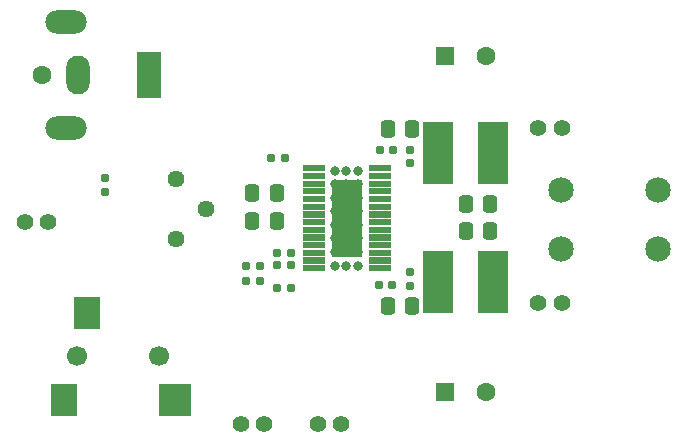
<source format=gbr>
%TF.GenerationSoftware,KiCad,Pcbnew,8.0.6*%
%TF.CreationDate,2024-10-24T21:34:22-07:00*%
%TF.ProjectId,PedalSynth,50656461-6c53-4796-9e74-682e6b696361,r1.0*%
%TF.SameCoordinates,Original*%
%TF.FileFunction,Soldermask,Top*%
%TF.FilePolarity,Negative*%
%FSLAX46Y46*%
G04 Gerber Fmt 4.6, Leading zero omitted, Abs format (unit mm)*
G04 Created by KiCad (PCBNEW 8.0.6) date 2024-10-24 21:34:22*
%MOMM*%
%LPD*%
G01*
G04 APERTURE LIST*
G04 Aperture macros list*
%AMRoundRect*
0 Rectangle with rounded corners*
0 $1 Rounding radius*
0 $2 $3 $4 $5 $6 $7 $8 $9 X,Y pos of 4 corners*
0 Add a 4 corners polygon primitive as box body*
4,1,4,$2,$3,$4,$5,$6,$7,$8,$9,$2,$3,0*
0 Add four circle primitives for the rounded corners*
1,1,$1+$1,$2,$3*
1,1,$1+$1,$4,$5*
1,1,$1+$1,$6,$7*
1,1,$1+$1,$8,$9*
0 Add four rect primitives between the rounded corners*
20,1,$1+$1,$2,$3,$4,$5,0*
20,1,$1+$1,$4,$5,$6,$7,0*
20,1,$1+$1,$6,$7,$8,$9,0*
20,1,$1+$1,$8,$9,$2,$3,0*%
G04 Aperture macros list end*
%ADD10C,0.010000*%
%ADD11C,1.400000*%
%ADD12R,1.600000X1.600000*%
%ADD13C,1.600000*%
%ADD14C,0.800000*%
%ADD15R,2.000000X4.000000*%
%ADD16O,2.000000X3.300000*%
%ADD17O,3.500000X2.000000*%
%ADD18RoundRect,0.160000X-0.197500X-0.160000X0.197500X-0.160000X0.197500X0.160000X-0.197500X0.160000X0*%
%ADD19RoundRect,0.155000X0.155000X-0.212500X0.155000X0.212500X-0.155000X0.212500X-0.155000X-0.212500X0*%
%ADD20RoundRect,0.102000X-1.175000X-2.550000X1.175000X-2.550000X1.175000X2.550000X-1.175000X2.550000X0*%
%ADD21RoundRect,0.155000X-0.212500X-0.155000X0.212500X-0.155000X0.212500X0.155000X-0.212500X0.155000X0*%
%ADD22C,1.440000*%
%ADD23RoundRect,0.250000X-0.337500X-0.475000X0.337500X-0.475000X0.337500X0.475000X-0.337500X0.475000X0*%
%ADD24RoundRect,0.160000X0.197500X0.160000X-0.197500X0.160000X-0.197500X-0.160000X0.197500X-0.160000X0*%
%ADD25RoundRect,0.155000X0.212500X0.155000X-0.212500X0.155000X-0.212500X-0.155000X0.212500X-0.155000X0*%
%ADD26C,2.154000*%
%ADD27RoundRect,0.250000X0.337500X0.475000X-0.337500X0.475000X-0.337500X-0.475000X0.337500X-0.475000X0*%
%ADD28RoundRect,0.155000X-0.155000X0.212500X-0.155000X-0.212500X0.155000X-0.212500X0.155000X0.212500X0*%
%ADD29RoundRect,0.160000X0.160000X-0.197500X0.160000X0.197500X-0.160000X0.197500X-0.160000X-0.197500X0*%
%ADD30C,1.700000*%
%ADD31R,2.200000X2.800000*%
%ADD32R,2.800000X2.800000*%
G04 APERTURE END LIST*
D10*
%TO.C,U1*%
X151120000Y-75570000D02*
X149380000Y-75570000D01*
X149380000Y-75130000D01*
X151120000Y-75130000D01*
X151120000Y-75570000D01*
G36*
X151120000Y-75570000D02*
G01*
X149380000Y-75570000D01*
X149380000Y-75130000D01*
X151120000Y-75130000D01*
X151120000Y-75570000D01*
G37*
X151120000Y-76220000D02*
X149380000Y-76220000D01*
X149380000Y-75780000D01*
X151120000Y-75780000D01*
X151120000Y-76220000D01*
G36*
X151120000Y-76220000D02*
G01*
X149380000Y-76220000D01*
X149380000Y-75780000D01*
X151120000Y-75780000D01*
X151120000Y-76220000D01*
G37*
X151120000Y-76870000D02*
X149380000Y-76870000D01*
X149380000Y-76430000D01*
X151120000Y-76430000D01*
X151120000Y-76870000D01*
G36*
X151120000Y-76870000D02*
G01*
X149380000Y-76870000D01*
X149380000Y-76430000D01*
X151120000Y-76430000D01*
X151120000Y-76870000D01*
G37*
X151120000Y-77520000D02*
X149380000Y-77520000D01*
X149380000Y-77080000D01*
X151120000Y-77080000D01*
X151120000Y-77520000D01*
G36*
X151120000Y-77520000D02*
G01*
X149380000Y-77520000D01*
X149380000Y-77080000D01*
X151120000Y-77080000D01*
X151120000Y-77520000D01*
G37*
X151120000Y-78170000D02*
X149380000Y-78170000D01*
X149380000Y-77730000D01*
X151120000Y-77730000D01*
X151120000Y-78170000D01*
G36*
X151120000Y-78170000D02*
G01*
X149380000Y-78170000D01*
X149380000Y-77730000D01*
X151120000Y-77730000D01*
X151120000Y-78170000D01*
G37*
X151120000Y-78820000D02*
X149380000Y-78820000D01*
X149380000Y-78380000D01*
X151120000Y-78380000D01*
X151120000Y-78820000D01*
G36*
X151120000Y-78820000D02*
G01*
X149380000Y-78820000D01*
X149380000Y-78380000D01*
X151120000Y-78380000D01*
X151120000Y-78820000D01*
G37*
X151120000Y-79470000D02*
X149380000Y-79470000D01*
X149380000Y-79030000D01*
X151120000Y-79030000D01*
X151120000Y-79470000D01*
G36*
X151120000Y-79470000D02*
G01*
X149380000Y-79470000D01*
X149380000Y-79030000D01*
X151120000Y-79030000D01*
X151120000Y-79470000D01*
G37*
X151120000Y-80120000D02*
X149380000Y-80120000D01*
X149380000Y-79680000D01*
X151120000Y-79680000D01*
X151120000Y-80120000D01*
G36*
X151120000Y-80120000D02*
G01*
X149380000Y-80120000D01*
X149380000Y-79680000D01*
X151120000Y-79680000D01*
X151120000Y-80120000D01*
G37*
X151120000Y-80770000D02*
X149380000Y-80770000D01*
X149380000Y-80330000D01*
X151120000Y-80330000D01*
X151120000Y-80770000D01*
G36*
X151120000Y-80770000D02*
G01*
X149380000Y-80770000D01*
X149380000Y-80330000D01*
X151120000Y-80330000D01*
X151120000Y-80770000D01*
G37*
X151120000Y-81420000D02*
X149380000Y-81420000D01*
X149380000Y-80980000D01*
X151120000Y-80980000D01*
X151120000Y-81420000D01*
G36*
X151120000Y-81420000D02*
G01*
X149380000Y-81420000D01*
X149380000Y-80980000D01*
X151120000Y-80980000D01*
X151120000Y-81420000D01*
G37*
X151120000Y-82070000D02*
X149380000Y-82070000D01*
X149380000Y-81630000D01*
X151120000Y-81630000D01*
X151120000Y-82070000D01*
G36*
X151120000Y-82070000D02*
G01*
X149380000Y-82070000D01*
X149380000Y-81630000D01*
X151120000Y-81630000D01*
X151120000Y-82070000D01*
G37*
X151120000Y-82720000D02*
X149380000Y-82720000D01*
X149380000Y-82280000D01*
X151120000Y-82280000D01*
X151120000Y-82720000D01*
G36*
X151120000Y-82720000D02*
G01*
X149380000Y-82720000D01*
X149380000Y-82280000D01*
X151120000Y-82280000D01*
X151120000Y-82720000D01*
G37*
X151120000Y-83370000D02*
X149380000Y-83370000D01*
X149380000Y-82930000D01*
X151120000Y-82930000D01*
X151120000Y-83370000D01*
G36*
X151120000Y-83370000D02*
G01*
X149380000Y-83370000D01*
X149380000Y-82930000D01*
X151120000Y-82930000D01*
X151120000Y-83370000D01*
G37*
X151120000Y-84020000D02*
X149380000Y-84020000D01*
X149380000Y-83580000D01*
X151120000Y-83580000D01*
X151120000Y-84020000D01*
G36*
X151120000Y-84020000D02*
G01*
X149380000Y-84020000D01*
X149380000Y-83580000D01*
X151120000Y-83580000D01*
X151120000Y-84020000D01*
G37*
X154250000Y-82805000D02*
X151850000Y-82805000D01*
X151850000Y-76345000D01*
X154250000Y-76345000D01*
X154250000Y-82805000D01*
G36*
X154250000Y-82805000D02*
G01*
X151850000Y-82805000D01*
X151850000Y-76345000D01*
X154250000Y-76345000D01*
X154250000Y-82805000D01*
G37*
X156720000Y-75570000D02*
X154980000Y-75570000D01*
X154980000Y-75130000D01*
X156720000Y-75130000D01*
X156720000Y-75570000D01*
G36*
X156720000Y-75570000D02*
G01*
X154980000Y-75570000D01*
X154980000Y-75130000D01*
X156720000Y-75130000D01*
X156720000Y-75570000D01*
G37*
X156720000Y-76220000D02*
X154980000Y-76220000D01*
X154980000Y-75780000D01*
X156720000Y-75780000D01*
X156720000Y-76220000D01*
G36*
X156720000Y-76220000D02*
G01*
X154980000Y-76220000D01*
X154980000Y-75780000D01*
X156720000Y-75780000D01*
X156720000Y-76220000D01*
G37*
X156720000Y-76870000D02*
X154980000Y-76870000D01*
X154980000Y-76430000D01*
X156720000Y-76430000D01*
X156720000Y-76870000D01*
G36*
X156720000Y-76870000D02*
G01*
X154980000Y-76870000D01*
X154980000Y-76430000D01*
X156720000Y-76430000D01*
X156720000Y-76870000D01*
G37*
X156720000Y-77520000D02*
X154980000Y-77520000D01*
X154980000Y-77080000D01*
X156720000Y-77080000D01*
X156720000Y-77520000D01*
G36*
X156720000Y-77520000D02*
G01*
X154980000Y-77520000D01*
X154980000Y-77080000D01*
X156720000Y-77080000D01*
X156720000Y-77520000D01*
G37*
X156720000Y-78170000D02*
X154980000Y-78170000D01*
X154980000Y-77730000D01*
X156720000Y-77730000D01*
X156720000Y-78170000D01*
G36*
X156720000Y-78170000D02*
G01*
X154980000Y-78170000D01*
X154980000Y-77730000D01*
X156720000Y-77730000D01*
X156720000Y-78170000D01*
G37*
X156720000Y-78820000D02*
X154980000Y-78820000D01*
X154980000Y-78380000D01*
X156720000Y-78380000D01*
X156720000Y-78820000D01*
G36*
X156720000Y-78820000D02*
G01*
X154980000Y-78820000D01*
X154980000Y-78380000D01*
X156720000Y-78380000D01*
X156720000Y-78820000D01*
G37*
X156720000Y-79470000D02*
X154980000Y-79470000D01*
X154980000Y-79030000D01*
X156720000Y-79030000D01*
X156720000Y-79470000D01*
G36*
X156720000Y-79470000D02*
G01*
X154980000Y-79470000D01*
X154980000Y-79030000D01*
X156720000Y-79030000D01*
X156720000Y-79470000D01*
G37*
X156720000Y-80120000D02*
X154980000Y-80120000D01*
X154980000Y-79680000D01*
X156720000Y-79680000D01*
X156720000Y-80120000D01*
G36*
X156720000Y-80120000D02*
G01*
X154980000Y-80120000D01*
X154980000Y-79680000D01*
X156720000Y-79680000D01*
X156720000Y-80120000D01*
G37*
X156720000Y-80770000D02*
X154980000Y-80770000D01*
X154980000Y-80330000D01*
X156720000Y-80330000D01*
X156720000Y-80770000D01*
G36*
X156720000Y-80770000D02*
G01*
X154980000Y-80770000D01*
X154980000Y-80330000D01*
X156720000Y-80330000D01*
X156720000Y-80770000D01*
G37*
X156720000Y-81420000D02*
X154980000Y-81420000D01*
X154980000Y-80980000D01*
X156720000Y-80980000D01*
X156720000Y-81420000D01*
G36*
X156720000Y-81420000D02*
G01*
X154980000Y-81420000D01*
X154980000Y-80980000D01*
X156720000Y-80980000D01*
X156720000Y-81420000D01*
G37*
X156720000Y-82070000D02*
X154980000Y-82070000D01*
X154980000Y-81630000D01*
X156720000Y-81630000D01*
X156720000Y-82070000D01*
G36*
X156720000Y-82070000D02*
G01*
X154980000Y-82070000D01*
X154980000Y-81630000D01*
X156720000Y-81630000D01*
X156720000Y-82070000D01*
G37*
X156720000Y-82720000D02*
X154980000Y-82720000D01*
X154980000Y-82280000D01*
X156720000Y-82280000D01*
X156720000Y-82720000D01*
G36*
X156720000Y-82720000D02*
G01*
X154980000Y-82720000D01*
X154980000Y-82280000D01*
X156720000Y-82280000D01*
X156720000Y-82720000D01*
G37*
X156720000Y-83370000D02*
X154980000Y-83370000D01*
X154980000Y-82930000D01*
X156720000Y-82930000D01*
X156720000Y-83370000D01*
G36*
X156720000Y-83370000D02*
G01*
X154980000Y-83370000D01*
X154980000Y-82930000D01*
X156720000Y-82930000D01*
X156720000Y-83370000D01*
G37*
X156720000Y-84020000D02*
X154980000Y-84020000D01*
X154980000Y-83580000D01*
X156720000Y-83580000D01*
X156720000Y-84020000D01*
G36*
X156720000Y-84020000D02*
G01*
X154980000Y-84020000D01*
X154980000Y-83580000D01*
X156720000Y-83580000D01*
X156720000Y-84020000D01*
G37*
%TD*%
D11*
%TO.C,TPSP2*%
X169275000Y-86825000D03*
X171275000Y-86825000D03*
%TD*%
D12*
%TO.C,C1*%
X161350000Y-65900000D03*
D13*
X164850000Y-65900000D03*
%TD*%
D11*
%TO.C,RING1*%
X144100000Y-97050000D03*
X146100000Y-97050000D03*
%TD*%
D14*
%TO.C,U1*%
X152050000Y-75575000D03*
X152050000Y-76725000D03*
X152050000Y-77875000D03*
X152050000Y-79025000D03*
X152050000Y-80175000D03*
X152050000Y-81325000D03*
X152050000Y-82475000D03*
X152050000Y-83625000D03*
X153050000Y-75575000D03*
X153050000Y-76725000D03*
X153050000Y-77875000D03*
X153050000Y-79025000D03*
X153050000Y-80175000D03*
X153050000Y-81325000D03*
X153050000Y-82475000D03*
X153050000Y-83625000D03*
X154050000Y-75575000D03*
X154050000Y-76725000D03*
X154050000Y-77875000D03*
X154050000Y-79025000D03*
X154050000Y-80175000D03*
X154050000Y-81325000D03*
X154050000Y-82475000D03*
X154050000Y-83625000D03*
%TD*%
D13*
%TO.C,J3*%
X127300000Y-67500000D03*
D15*
X136300000Y-67500000D03*
D16*
X130300000Y-67500000D03*
D17*
X129300000Y-63000000D03*
X129300000Y-72000000D03*
%TD*%
D18*
%TO.C,R6*%
X144502500Y-84900000D03*
X145697500Y-84900000D03*
%TD*%
D19*
%TO.C,C11*%
X158400000Y-74967500D03*
X158400000Y-73832500D03*
%TD*%
D20*
%TO.C,L1*%
X160775000Y-74100000D03*
X165425000Y-74100000D03*
%TD*%
D21*
%TO.C,C7*%
X155782500Y-85300000D03*
X156917500Y-85300000D03*
%TD*%
D22*
%TO.C,RV1*%
X138615000Y-81340000D03*
X141155000Y-78800000D03*
X138615000Y-76260000D03*
%TD*%
D23*
%TO.C,C4*%
X156562500Y-87050000D03*
X158637500Y-87050000D03*
%TD*%
D24*
%TO.C,R5*%
X145697500Y-83700000D03*
X144502500Y-83700000D03*
%TD*%
D25*
%TO.C,C6*%
X156985000Y-73800000D03*
X155850000Y-73800000D03*
%TD*%
D26*
%TO.C,J2*%
X171200000Y-82200000D03*
X179400000Y-82200000D03*
X171200000Y-77200000D03*
X179400000Y-77200000D03*
%TD*%
D27*
%TO.C,C14*%
X165237500Y-80700000D03*
X163162500Y-80700000D03*
%TD*%
D20*
%TO.C,L2*%
X160775000Y-85000000D03*
X165425000Y-85000000D03*
%TD*%
D18*
%TO.C,R1*%
X146655000Y-74550000D03*
X147850000Y-74550000D03*
%TD*%
D25*
%TO.C,C10*%
X148317500Y-82550000D03*
X147182500Y-82550000D03*
%TD*%
D12*
%TO.C,C2*%
X161350000Y-94300000D03*
D13*
X164850000Y-94300000D03*
%TD*%
D28*
%TO.C,C12*%
X158400000Y-84182500D03*
X158400000Y-85317500D03*
%TD*%
D11*
%TO.C,GND1*%
X125800000Y-79900000D03*
X127800000Y-79900000D03*
%TD*%
D27*
%TO.C,C13*%
X165237500Y-78400000D03*
X163162500Y-78400000D03*
%TD*%
D11*
%TO.C,SLEEVE1*%
X150600000Y-97050000D03*
X152600000Y-97050000D03*
%TD*%
D29*
%TO.C,R3*%
X132600000Y-77397500D03*
X132600000Y-76202500D03*
%TD*%
D30*
%TO.C,J1*%
X130200000Y-91300000D03*
X137200000Y-91300000D03*
D31*
X131100000Y-87600000D03*
X129100000Y-95000000D03*
D32*
X138500000Y-95000000D03*
%TD*%
D11*
%TO.C,TPSP1*%
X169300000Y-72000000D03*
X171300000Y-72000000D03*
%TD*%
D27*
%TO.C,C3*%
X158637500Y-72050000D03*
X156562500Y-72050000D03*
%TD*%
D18*
%TO.C,R2*%
X147155000Y-85550000D03*
X148350000Y-85550000D03*
%TD*%
D23*
%TO.C,C9*%
X145062500Y-79850000D03*
X147137500Y-79850000D03*
%TD*%
D27*
%TO.C,C5*%
X147137500Y-77500000D03*
X145062500Y-77500000D03*
%TD*%
D25*
%TO.C,C8*%
X148317500Y-83600000D03*
X147182500Y-83600000D03*
%TD*%
M02*

</source>
